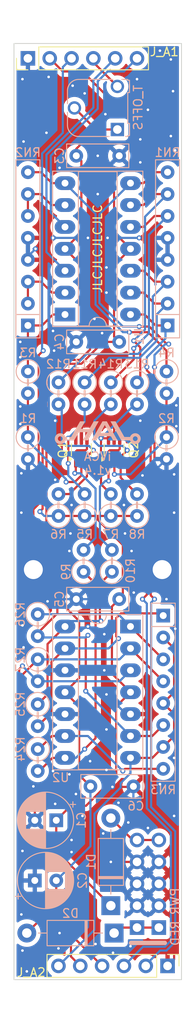
<source format=kicad_pcb>
(kicad_pcb (version 20240108) (generator "pcbnew") (generator_version "8.0")
  (title_block (rev "v1.4"))
  (layers (0 "F.Cu" signal) (31 "B.Cu" signal) (34 "B.Paste" user) (35 "F.Paste" user) (36 "B.SilkS" user "B.Silkscreen") (37 "F.SilkS" user "F.Silkscreen") (38 "B.Mask" user) (39 "F.Mask" user) (44 "Edge.Cuts" user))
  (net 0 "")
  (net 1 "Net-(Q1A-E1)")
  (net 2 "/CTRL_R")
  (net 3 "GND")
  (net 4 "Net-(Q2B-C2)")
  (net 5 "+12V")
  (net 6 "Net-(Q2A-C1)")
  (net 7 "Net-(Q2A-B1)")
  (net 8 "Net-(RN2D-R4.2)")
  (net 9 "Net-(Q1B-C2)")
  (net 10 "Net-(Q1A-C1)")
  (net 11 "Net-(Q2A-E1)")
  (net 12 "Net-(Q1A-B1)")
  (net 13 "Net-(RN3D-R4.2)")
  (net 14 "Net-(RN1C-R3.2)")
  (net 15 "Net-(RN1B-R2.1)")
  (net 16 "/OUT_L")
  (net 17 "Net-(RN2A-R1.1)")
  (net 18 "/LED")
  (net 19 "/OFFS")
  (net 20 "/OUT_R")
  (net 21 "Net-(J_A1-Pin_4)")
  (net 22 "-12V")
  (net 23 "/IN_R")
  (net 24 "/IN_L")
  (net 25 "Net-(D2-K)")
  (net 26 "Net-(D1-A)")
  (net 27 "Net-(J_A2-Pin_4)")
  (net 28 "Net-(J_A2-Pin_5)")
  (net 29 "/CTRL_L")
  (net 30 "Net-(RN2C-R3.2)")
  (net 31 "Net-(RN2A-R1.2)")
  (net 32 "Net-(RN1D-R4.1)")
  (net 33 "Net-(RN1A-R1.2)")
  (net 34 "Net-(RN3A-R1.1)")
  (net 35 "Net-(RN3B-R2.1)")
  (footprint "Package_TO_SOT_SMD:SOT-363_SC-70-6_Handsoldering" (layer "F.Cu") (at 67.945 88.078 90)
    (property "Reference" "Q1")
    (property "Value" "BCM847BS")
  )
  (footprint "Package_TO_SOT_SMD:SOT-363_SC-70-6_Handsoldering" (layer "F.Cu") (at 71.755 88.078 90)
    (property "Reference" "Q2")
    (property "Value" "BCM847BS")
  )
  (footprint "Connector_PinHeader_2.54mm:PinHeader_1x06_P2.54mm_Vertical" (layer "F.Cu") (at 77.978 147.955 -90)
    (property "Reference" "J_A2")
    (property "Value" "Conn_01x06_Male")
  )
  (footprint "Eurorack:M2 Screw Hole" (layer "F.Cu") (at 62.357 101.981)
    (property "Reference" "REF**" (hide yes))
    (property "Value" "M2 Screw Hole" (hide yes))
  )
  (footprint "Connector_PinHeader_2.54mm:PinHeader_1x06_P2.54mm_Vertical" (layer "F.Cu") (at 61.722 42.672 90)
    (property "Reference" "J_A1")
    (property "Value" "Conn_01x06_Male")
  )
  (footprint "Eurorack:M2 Screw Hole" (layer "F.Cu") (at 77.343 101.981)
    (property "Reference" "REF**" (hide yes))
    (property "Value" "M2 Screw Hole" (hide yes))
  )
  (footprint "Resistor_THT:R_Axial_DIN0207_L6.3mm_D2.5mm_P2.54mm_Vertical" (layer "B.Cu") (at 71.501 102.235 90)
    (property "Reference" "R10")
    (property "Value" "10k")
  )
  (footprint "Capacitor_THT:C_Disc_D7.0mm_W2.5mm_P5.00mm" (layer "B.Cu") (at 74.001 127.127 180)
    (property "Reference" "C6")
    (property "Value" "0.1uF")
  )
  (footprint "Logos:Avalon Harmonics Small 10mm" (layer "B.Cu") (at 69.85 86.106 180)
    (property "Reference" "G***" (hide yes))
    (property "Value" "LOGO" (hide yes))
  )
  (footprint "Package_DIP:DIP-14_W7.62mm_Socket_LongPads" (layer "B.Cu") (at 66.04 72.39)
    (property "Reference" "U1")
    (property "Value" "TL074")
  )
  (footprint "Resistor_THT:R_Axial_DIN0207_L6.3mm_D2.5mm_P2.54mm_Vertical" (layer "B.Cu") (at 62.865 107.159 -90)
    (property "Reference" "R26")
    (property "Value" "47k")
  )
  (footprint "Resistor_THT:R_Axial_DIN0207_L6.3mm_D2.5mm_P2.54mm_Vertical" (layer "B.Cu") (at 71.374 80.264 -90)
    (property "Reference" "R14")
    (property "Value" "10k 1%")
  )
  (footprint "Resistor_THT:R_Axial_DIN0207_L6.3mm_D2.5mm_P2.54mm_Vertical" (layer "B.Cu") (at 62.865 112.395 -90)
    (property "Reference" "R27")
    (property "Value" "10k")
  )
  (footprint "Resistor_THT:R_Axial_DIN0207_L6.3mm_D2.5mm_P2.54mm_Vertical" (layer "B.Cu") (at 74.422 80.264 -90)
    (property "Reference" "R13")
    (property "Value" "10k 1%")
  )
  (footprint "Resistor_THT:R_Axial_DIN0207_L6.3mm_D2.5mm_P2.54mm_Vertical" (layer "B.Cu") (at 74.422 95.758 90)
    (property "Reference" "R8")
    (property "Value" "20k 0.1%")
  )
  (footprint "Potentiometer_THT:Potentiometer_Runtron_RM-065_Vertical" (layer "B.Cu") (at 72.136 50.927 90)
    (property "Reference" "T_OFFS")
    (property "Value" "B20k")
  )
  (footprint "Eurorack:Eurorack Power 10 Pin" (layer "B.Cu") (at 76.962 138.43 180)
    (property "Reference" "PWR1" (hide yes))
    (property "Value" "PWR_10_Pin" (hide yes))
  )
  (footprint "Capacitor_THT:C_Disc_D7.0mm_W2.5mm_P5.00mm" (layer "B.Cu") (at 67.35 75.565)
    (property "Reference" "C4")
    (property "Value" "0.1uF")
  )
  (footprint "Resistor_THT:R_Array_SIP8" (layer "B.Cu") (at 77.978 73.66 90)
    (property "Reference" "RN1")
    (property "Value" "100k")
  )
  (footprint "Resistor_THT:R_Axial_DIN0207_L6.3mm_D2.5mm_P2.54mm_Vertical" (layer "B.Cu") (at 77.851 78.994 -90)
    (property "Reference" "R4")
    (property "Value" "100k")
  )
  (footprint "Resistor_THT:R_Axial_DIN0207_L6.3mm_D2.5mm_P2.54mm_Vertical" (layer "B.Cu") (at 77.851 86.614 -90)
    (property "Reference" "R2")
    (property "Value" "100")
  )
  (footprint "Resistor_THT:R_Axial_DIN0207_L6.3mm_D2.5mm_P2.54mm_Vertical" (layer "B.Cu") (at 65.278 80.264 -90)
    (property "Reference" "R12")
    (property "Value" "10k 1%")
  )
  (footprint "Resistor_THT:R_Axial_DIN0207_L6.3mm_D2.5mm_P2.54mm_Vertical" (layer "B.Cu") (at 62.865 122.809 -90)
    (property "Reference" "R24")
    (property "Value" "82k")
  )
  (footprint "Resistor_THT:R_Axial_DIN0207_L6.3mm_D2.5mm_P2.54mm_Vertical" (layer "B.Cu") (at 61.722 86.614 -90)
    (property "Reference" "R1")
    (property "Value" "100")
  )
  (footprint "Capacitor_THT:C_Disc_D7.0mm_W2.5mm_P5.00mm" (layer "B.Cu") (at 67.35 53.975)
    (property "Reference" "C3")
    (property "Value" "0.1uF")
  )
  (footprint "Diode_THT:D_DO-41_SOD81_P10.16mm_Horizontal" (layer "B.Cu") (at 71.755 144.145 180)
    (property "Reference" "D2")
    (property "Value" "1N4001")
  )
  (footprint "Resistor_THT:R_Array_SIP8" (layer "B.Cu") (at 77.47 107.315 -90)
    (property "Reference" "RN3")
    (property "Value" "100k")
  )
  (footprint "Resistor_THT:R_Axial_DIN0207_L6.3mm_D2.5mm_P2.54mm_Vertical" (layer "B.Cu") (at 62.865 117.602 -90)
    (property "Reference" "R25")
    (property "Value" "82k")
  )
  (footprint "Resistor_THT:R_Array_SIP8" (layer "B.Cu") (at 61.722 73.66 90)
    (property "Reference" "RN2")
    (property "Value" "100k")
  )
  (footprint "Resistor_THT:R_Axial_DIN0207_L6.3mm_D2.5mm_P2.54mm_Vertical" (layer "B.Cu") (at 68.199 102.235 90)
    (property "Reference" "R9")
    (property "Value" "10k")
  )
  (footprint "Capacitor_THT:CP_Radial_D6.3mm_P2.50mm" (layer "B.Cu") (at 65.024 131.064 180)
    (property "Reference" "C1")
    (property "Value" "47uF")
  )
  (footprint "Package_DIP:DIP-14_W7.62mm_Socket_LongPads" (layer "B.Cu") (at 73.66 108.585 180)
    (property "Reference" "U2")
    (property "Value" "TL074")
  )
  (footprint "Capacitor_THT:CP_Radial_D6.3mm_P2.50mm" (layer "B.Cu") (at 62.524 138.049)
    (property "Reference" "C2")
    (property "Value" "47uF")
  )
  (footprint "Resistor_THT:R_Axial_DIN0207_L6.3mm_D2.5mm_P2.54mm_Vertical" (layer "B.Cu") (at 61.722 78.994 -90)
    (property "Reference" "R3")
    (property "Value" "100k")
  )
  (footprint "Resistor_THT:R_Axial_DIN0207_L6.3mm_D2.5mm_P2.54mm_Vertical" (layer "B.Cu") (at 71.374 95.758 90)
    (property "Reference" "R7")
    (property "Value" "20k 0.1%")
  )
  (footprint "Resistor_THT:R_Axial_DIN0207_L6.3mm_D2.5mm_P2.54mm_Vertical" (layer "B.Cu") (at 68.326 95.758 90)
    (property "Reference" "R5")
    (property "Value" "20k 0.1%")
  )
  (footprint "Resistor_THT:R_Axial_DIN0207_L6.3mm_D2.5mm_P2.54mm_Vertical" (layer "B.Cu") (at 65.278 95.758 90)
    (property "Reference" "R6")
    (property "Value" "20k 0.1%")
  )
  (footprint "Resistor_THT:R_Axial_DIN0207_L6.3mm_D2.5mm_P2.54mm_Vertical" (layer "B.Cu") (at 68.326 80.264 -90)
    (property "Reference" "R11")
    (property "Value" "10k 1%")
  )
  (footprint "Capacitor_THT:C_Disc_D7.0mm_W2.5mm_P5.00mm" (layer "B.Cu") (at 72.35 105.41 180)
    (property "Reference" "C5")
    (property "Value" "0.1uF")
  )
  (footprint "Diode_THT:D_DO-41_SOD81_P10.16mm_Horizontal" (layer "B.Cu") (at 71.374 140.97 90)
    (property "Reference" "D1")
    (property "Value" "1N4001")
  )
  (gr_rect (start 60.1 40.95) (end 79.6 149.55) (stroke (width 0.1)) (fill none) (layer "Edge.Cuts"))
  (gr_text "iVCA\nv1.4" (at 69.85 89.662 0) (layer "B.SilkS") (effects (font (size 1 1)) (justify mirror)))
  (gr_text "JLCJLCJLCJLC" (at 69.84 64.765 90) (layer "F.SilkS") (effects (font (size 1 1))))
  (segment (start 68.595 87.996) (end 68.453 88.138) (width 0.25) (layer "F.Cu") (net 1))
  (segment (start 68.595 86.748) (end 68.595 87.996) (width 0.25) (layer "F.Cu") (net 1))
  (segment (start 67.295 90.693) (end 67.295 89.408) (width 0.25) (layer "F.Cu") (net 1))
  (segment (start 67.183 90.805) (end 67.295 90.693) (width 0.25) (layer "F.Cu") (net 1))
  (segment (start 68.453 88.138) (end 67.437 88.138) (width 0.25) (layer "F.Cu") (net 1))
  (segment (start 67.437 88.138) (end 67.295 88.28) (width 0.25) (layer "F.Cu") (net 1))
  (segment (start 67.295 88.28) (end 67.295 89.408) (width 0.25) (layer "F.Cu") (net 1))
  (via (at 67.183 90.805) (size 0.6) (drill 0.3) (layers "F.Cu" "B.Cu") (net 1))
  (segment (start 67.818 90.805) (end 69.596 92.583) (width 0.25) (layer "B.Cu") (net 1))
  (segment (start 69.596 92.583) (end 69.596 98.298) (width 0.25) (layer "B.Cu") (net 1))
  (segment (start 67.183 90.805) (end 67.818 90.805) (width 0.25) (layer "B.Cu") (net 1))
  (segment (start 69.596 98.298) (end 68.199 99.695) (width 0.25) (layer "B.Cu") (net 1))
  (segment (start 70.221 107.95) (end 70.104 107.833) (width 0.25) (layer "F.Cu") (net 2))
  (segment (start 70.104 107.833) (end 70.104 103.632) (width 0.25) (layer "F.Cu") (net 2))
  (segment (start 70.104 103.632) (end 71.501 102.235) (width 0.25) (layer "F.Cu") (net 2))
  (segment (start 66.04 108.585) (end 64.008 110.617) (width 0.25) (layer "F.Cu") (net 2))
  (segment (start 64.008 110.617) (end 64.008 116.459) (width 0.25) (layer "F.Cu") (net 2))
  (segment (start 64.008 116.459) (end 62.865 117.602) (width 0.25) (layer "F.Cu") (net 2))
  (via (at 70.221 107.95) (size 0.6) (drill 0.3) (layers "F.Cu" "B.Cu") (net 2))
  (segment (start 66.675 107.95) (end 66.04 108.585) (width 0.25) (layer "B.Cu") (net 2))
  (segment (start 70.221 107.95) (end 66.675 107.95) (width 0.25) (layer "B.Cu") (net 2))
  (segment (start 77.851 101.473) (end 77.343 101.981) (width 0.25) (layer "F.Cu") (net 3))
  (segment (start 78.74 147.193) (end 78.74 142.748) (width 0.25) (layer "F.Cu") (net 3))
  (segment (start 67.945 86.748) (end 67.945 84.455) (width 0.25) (layer "F.Cu") (net 3))
  (segment (start 71.374 135.89) (end 69.342 135.89) (width 0.25) (layer "F.Cu") (net 3))
  (segment (start 65.024 84.582) (end 67.437 84.582) (width 0.25) (layer "F.Cu") (net 3))
  (segment (start 71.561942 127.187942) (end 73.940058 127.187942) (width 0.25) (layer "F.Cu") (net 3))
  (segment (start 68.707 63.5) (end 68.707 57.618) (width 0.25) (layer "F.Cu") (net 3))
  (segment (start 61.722 101.346) (end 62.357 101.981) (width 0.25) (layer "F.Cu") (net 3))
  (segment (start 61.722 89.154) (end 61.722 101.346) (width 0.25) (layer "F.Cu") (net 3))
  (segment (start 64.643 63.5) (end 61.722 63.5) (width 0.25) (layer "F.Cu") (net 3))
  (segment (start 62.992 64.77) (end 64.262 63.5) (width 0.25) (layer "F.Cu") (net 3))
  (segment (start 64.897 91.567) (end 64.897 87.122) (width 0.25) (layer "F.Cu") (net 3))
  (segment (start 64.897 84.709) (end 65.024 84.582) (width 0.25) (layer "F.Cu") (net 3))
  (segment (start 70.612 113.665) (end 70.612 109.474) (width 0.25) (layer "F.Cu") (net 3))
  (segment (start 73.152 84.455) (end 71.755 84.455) (width 0.25) (layer "F.Cu") (net 3))
  (segment (start 62.611 64.77) (end 62.992 64.77) (width 0.25) (layer "F.Cu") (net 3))
  (segment (start 75.057 86.36) (end 73.152 84.455) (width 0.25) (layer "F.Cu") (net 3))
  (segment (start 71.755 84.455) (end 71.247 84.455) (width 0.25) (layer "F.Cu") (net 3))
  (segment (start 64.897 87.122) (end 67.437 84.582) (width 0.25) (layer "F.Cu") (net 3))
  (segment (start 61.722 42.672) (end 61.722 51.689) (width 0.25) (layer "F.Cu") (net 3))
  (segment (start 77.978 66.04) (end 77.978 63.5) (width 0.25) (layer "F.Cu") (net 3))
  (segment (start 67.564 84.455) (end 67.945 84.455) (width 0.25) (layer "F.Cu") (net 3))
  (segment (start 75.057 91.059) (end 75.057 86.36) (width 0.25) (layer "F.Cu") (net 3))
  (segment (start 67.437 84.582) (end 67.564 84.455) (width 0.25) (layer "F.Cu") (net 3))
  (segment (start 78.74 142.748) (end 76.962 140.97) (width 0.25) (layer "F.Cu") (net 3))
  (segment (start 68.707 106.767) (end 67.35 105.41) (width 0.25) (layer "F.Cu") (net 3))
  (segment (start 77.978 147.955) (end 78.74 147.193) (width 0.25) (layer "F.Cu") (net 3))
  (segment (start 70.612 116.205) (end 70.612 113.665) (width 0.25) (layer "F.Cu") (net 3))
  (segment (start 68.707 108.585) (end 68.707 106.767) (width 0.25) (layer "F.Cu") (net 3))
  (segment (start 74.422 135.89) (end 71.374 135.89) (width 0.25) (layer "F.Cu") (net 3))
  (segment (start 70.866 120.523) (end 70.866 125.222) (width 0.25) (layer "F.Cu") (net 3))
  (segment (start 71.755 86.748) (end 71.755 84.455) (width 0.25) (layer "F.Cu") (net 3))
  (segment (start 69.342 135.89) (end 66.802 133.35) (width 0.25) (layer "F.Cu") (net 3))
  (segment (start 68.707 57.618) (end 72.35 53.975) (width 0.25) (layer "F.Cu") (net 3))
  (segment (start 64.262 63.5) (end 64.643 63.5) (width 0.25) (layer "F.Cu") (net 3))
  (segment (start 70.866 116.459) (end 70.612 116.205) (width 0.25) (layer "F.Cu") (net 3))
  (segment (start 61.722 51.689) (end 65.405 55.372) (width 0.25) (layer "F.Cu") (net 3))
  (segment (start 77.978 63.5) (end 74.676 63.5) (width 0.25) (layer "F.Cu") (net 3))
  (segment (start 62.524 131.064) (end 62.524 127.294) (width 0.25) (layer "F.Cu") (net 3))
  (segment (start 73.66 118.745) (end 76.708 118.745) (width 0.25) (layer "F.Cu") (net 3))
  (segment (start 70.993 63.5) (end 68.707 63.5) (width 0.25) (layer "F.Cu") (net 3))
  (segment (start 70.866 116.459) (end 70.866 120.523) (width 0.25) (layer "F.Cu") (net 3))
  (segment (start 62.524 127.294) (end 62.357 127.127) (width 0.25) (layer "F.Cu") (net 3))
  (segment (start 77.851 89.154) (end 77.851 101.473) (width 0.25) (layer "F.Cu") (net 3))
  (segment (start 67.945 84.455) (end 71.247 84.455) (width 0.25) (layer "F.Cu") (net 3))
  (segment (start 73.940058 127.187942) (end 74.001 127.127) (width 0.25) (layer "F.Cu") (net 3))
  (via (at 61.087 108.458) (size 0.6) (drill 0.3) (layers "F.Cu" "B.Cu") (net 3))
  (via (at 74.422 45.085) (size 0.6) (drill 0.3) (layers "F.Cu" "B.Cu") (net 3))
  (via (at 68.707 63.5) (size 0.6) (drill 0.3) (layers "F.Cu" "B.Cu") (net 3))
  (via (at 60.96 90.805) (size 0.6) (drill 0.3) (layers "F.Cu" "B.Cu") (net 3))
  (via (at 60.96 141.986) (size 0.6) (drill 0.3) (layers "F.Cu" "B.Cu") (net 3))
  (via (at 66.802 134.747) (size 0.6) (drill 0.3) (layers "F.Cu" "B.Cu") (net 3))
  (via (at 70.358 74.549) (size 0.6) (drill 0.3) (layers "F.Cu" "B.Cu") (net 3))
  (via (at 78.74 90.932) (size 0.6) (drill 0.3) (layers "F.Cu" "B.Cu") (net 3))
  (via (at 78.867 53.34) (size 0.6) (drill 0.3) (layers "F.Cu" "B.Cu") (net 3))
  (via (at 72.898 94.488) (size 0.6) (drill 0.3) (layers "F.Cu" "B.Cu") (net 3))
  (via (at 64.135 44.831) (size 0.6) (drill 0.3) (layers "F.Cu" "B.Cu") (net 3))
  (via (at 63.881 51.308) (size 0.6) (drill 0.3) (layers "F.Cu" "B.Cu") (net 3))
  (via (at 64.897 129.159) (size 0.6) (drill 0.3) (layers "F.Cu" "B.Cu") (net 3))
  (via (at 65.278 145.923) (size 0.6) (drill 0.3) (layers "F.Cu" "B.Cu") (net 3))
  (via (at 69.85 58.42) (size 0.6) (drill 0.3) (layers "F.Cu" "B.Cu") (net 3))
  (via (at 67.31 128.016) (size 0.6) (drill 0.3) (layers "F.Cu" "B.Cu") (net 3))
  (via (at 73.787 99.822) (size 0.6) (drill 0.3) (layers "F.Cu" "B.Cu") (net 3))
  (via (at 74.803 84.709) (size 0.6) (drill 0.3) (layers "F.Cu" "B.Cu") (net 3))
  (via (at 71.561942 127.187942) (size 0.6) (drill 0.3) (layers "F.Cu" "B.Cu") (net 3))
  (via (at 78.359 51.689) (size 0.6) (drill 0.3) (layers "F.Cu" "B.Cu") (net 3))
  (via (at 70.485 132.588) (size 0.6) (drill 0.3) (layers "F.Cu" "B.Cu") (net 3))
  (via (at 75.692 131.953) (size 0.6) (drill 0.3) (layers "F.Cu" "B.Cu") (net 3))
  (via (at 70.993 63.5) (size 0.6) (drill 0.3) (layers "F.Cu" "B.Cu") (net 3))
  (via (at 78.74 95.377) (size 0.6) (drill 0.3) (layers "F.Cu" "B.Cu") (net 3))
  (via (at 71.374 135.89) (size 0.6) (drill 0.3) (layers "F.Cu" "B.Cu") (net 3))
  (via (at 68.326 46.736) (size 0.6) (drill 0.3) (layers "F.Cu" "B.Cu") (net 3))
  (via (at 64.77 76.581) (size 0.6) (drill 0.3) (layers "F.Cu" "B.Cu") (net 3))
  (via (at 61.214 52.324) (size 0.6) (drill 0.3) (layers "F.Cu" "B.Cu") (net 3))
  (via (at 60.833 83.058) (size 0.6) (drill 0.3) (layers "F.Cu" "B.Cu") (net 3))
  (via (at 66.548 125.73) (size 0.6) (drill 0.3) (layers "F.Cu" "B.Cu") (net 3))
  (via (at 69.596 145.415) (size 0.6) (drill 0.3) (layers "F.Cu" "B.Cu") (net 3))
  (via (at 66.675 97.79) (size 0.6) (drill 0.3) (layers "F.Cu" "B.Cu") (net 3))
  (via (at 78.359 42.799) (size 0.6) (drill 0.3) (layers "F.Cu" "B.Cu") (net 3))
  (via (at 64.643 74.295) (size 0.6) (drill 0.3) (layers "F.Cu" "B.Cu") (net 3))
  (via (at 62.611 64.77) (size 0.6) (drill 0.3) (layers "F.Cu" "B.Cu") (net 3))
  (via (at 64.897 91.567) (size 0.6) (drill 0.3) (layers "F.Cu" "B.Cu") (net 3))
  (via (at 75.057 91.059) (size 0.6) (drill 0.3) (layers "F.Cu" "B.Cu") (net 3))
  (via (at 78.74 123.825) (size 0.6) (drill 0.3) (layers "F.Cu" "B.Cu") (net 3))
  (via (at 60.833 75.565) (size 0.6) (drill 0.3) (layers "F.Cu" "B.Cu") (net 3))
  (via (at 73.406 131.318) (size 0.6) (drill 0.3) (layers "F.Cu" "B.Cu") (net 3))
  (via (at 70.866 125.222) (size 0.6) (drill 0.3) (layers "F.Cu" "B.Cu") (net 3))
  (via (at 61.214 110.998) (size 0.6) (drill 0.3) (layers "F.Cu" "B.Cu") (net 3))
  (via (at 66.802 94.488) (size 0.6) (drill 0.3) (layers "F.Cu" "B.Cu") (net 3))
  (via (at 72.263 129.032) (size 0.6) (drill 0.3) (layers "F.Cu" "B.Cu") (net 3))
  (via (at 74.041 104.648) (size 0.6) (drill 0.3) (layers "F.Cu" "B.Cu") (net 3))
  (via (at 60.833 77.343) (size 0.6) (drill 0.3) (layers "F.Cu" "B.Cu") (net 3))
  (via (at 70.866 66.929) (size 0.6) (drill 0.3) (layers "F.Cu" "B.Cu") (net 3))
  (via (at 66.929 45.847) (size 0.6) (drill 0.3) (layers "F.Cu" "B.Cu") (net 3))
  (via (at 65.405 55.372) (size 0.6) (drill 0.3) (layers "F.Cu" "B.Cu") (net 3))
  (via (at 70.612 109.474) (size 0.6) (drill 0.3) (layers "F.Cu" "B.Cu") (net 3))
  (via (at 74.676 63.5) (size 0.6) (drill 0.3) (layers "F.Cu" "B.Cu") (net 3))
  (via (at 60.96 95.377) (size 0.6) (drill 0.3) (layers "F.Cu" "B.Cu") (net 3))
  (via (at 61.087 134.62) (size 0.6) (drill 0.3) (layers "F.Cu" "B.Cu") (net 3))
  (via (at 78.74 130.556) (size 0.6) (drill 0.3) (layers "F.Cu" "B.Cu") (net 3))
  (via (at 68.961 124.206) (size 0.6) (drill 0.3) (layers "F.Cu" "B.Cu") (net 3))
  (via (at 65.405 144.145) (size 0.6) (drill 0.3) (layers "F.Cu" "B.Cu") (net 3))
  (via (at 70.866 120.523) (size 0.6) (drill 0.3) (layers "F.Cu" "B.Cu") (net 3))
  (via (at 70.612 113.665) (size 0.6) (drill 0.3) (layers "F.Cu" "B.Cu") (net 3))
  (via (at 78.994 85.344) (size 0.6) (drill 0.3) (layers "F.Cu" "B.Cu") (net 3))
  (via (at 69.469 72.898) (size 0.6) (drill 0.3) (layers "F.Cu" "B.Cu") (net 3))
  (via (at 70.739 49.149) (size 0.6) (drill 0.3) (layers "F.Cu" "B.Cu") (net 3))
  (via (at 62.357 127.127) (size 0.6) (drill 0.3) (layers "F.Cu" "B.Cu") (net 3))
  (via (at 73.025 97.79) (size 0.6) (drill 0.3) (layers "F.Cu" "B.Cu") (net 3))
  (via (at 77.089 126.873) (size 0.6) (drill 0.3) (layers "F.Cu" "B.Cu") (net 3))
  (via (at 78.867 108.839) (size 0.6) (drill 0.3) (layers "F.Cu" "B.Cu") (net 3))
  (via (at 61.087 146.177) (size 0.6) (drill 0.3) (layers "F.Cu" "B.Cu") (net 3))
  (via (at 75.692 48.641) (size 0.6) (drill 0.3) (layers "F.Cu" "B.Cu") (net 3))
  (via (at 61.087 45.085) (size 0.6) (drill 0.3) (layers "F.Cu" "B.Cu") (net 3))
  (via (at 64.897 84.709) (size 0.6) (drill 0.3) (layers "F.Cu" "B.Cu") (net 3))
  (via (at 69.85 53.975) (size 0.6) (drill 0.3) (layers "F.Cu" "B.Cu") (net 3))
  (via (at 68.707 108.585) (size 0.6) (drill 0.3) (layers "F.Cu" "B.Cu") (net 3))
  (via (at 77.851 105.41) (size 0.6) (drill 0.3) (layers "F.Cu" "B.Cu") (net 3))
  (via (at 70.866 116.459) (size 0.6) (drill 0.3) (layers "F.Cu" "B.Cu") (net 3))
  (via (at 71.628 146.431) (size 0.6) (drill 0.3) (layers "F.Cu" "B.Cu") (net 3))
  (via (at 74.803 54.737) (size 0.6) (drill 0.3) (layers "F.Cu" "B.Cu") (net 3))
  (via (at 78.994 82.931) (size 0.6) (drill 0.3) (layers "F.Cu" "B.Cu") (net 3))
  (via (at 70.866 69.85) (size 0.6) (drill 0.3) (layers "F.Cu" "B.Cu") (net 3))
  (via (at 64.643 125.349) (size 0.6) (drill 0.3) (layers "F.Cu" "B.Cu") (net 3))
  (via (at 64.008 105.664) (size 0.6) (drill 0.3) (layers "F.Cu" "B.Cu") (net 3))
  (via (at 73.66 145.669) (size 0.6) (drill 0.3) (layers "F.Cu" "B.Cu") (net 3))
  (via (at 64.643 63.5) (size 0.6) (drill 0.3) (layers "F.Cu" "B.Cu") (net 3))
  (via (at 77.089 41.783) (size 0.6) (drill 0.3) (layers "F.Cu" "B.Cu") (net 3))
  (via (at 66.802 133.35) (size 0.6) (drill 0.3) (layers "F.Cu" "B.Cu") (net 3))
  (via (at 74.803 52.07) (size 0.6) (drill 0.3) (layers "F.Cu" "B.Cu") (net 3))
  (via (at 60.833 85.09) (size 0.6) (drill 0.3) (layers "F.Cu" "B.Cu") (net 3))
  (via (at 78.613 46.482) (size 0.6) (drill 0.3) (layers "F.Cu" "B.Cu") (net 3))
  (via (at 66.548 99.822) (size 0.6) (drill 0.3) (layers "F.Cu" "B.Cu") (net 3))
  (via (at 68.072 130.556) (size 0.6) (drill 0.3) (layers "F.Cu" "B.Cu") (net 3))
  (via (at 61.595 148.59) (size 0.6) (drill 0.3) (layers "F.Cu" "B.Cu") (net 3))
  (segment (start 64.153 78.762) (end 67.35 75.565) (width 0.25) (layer "B.Cu") (net 3))
  (segment (start 74.001 131.358) (end 72.263 133.096) (width 0.25) (layer "B.Cu") (net 3))
  (segment (start 65.405 55.372) (end 70.953 55.372) (width 0.25) (layer "B.Cu") (net 3))
  (segment (start 70.612 113.665) (end 66.04 113.665) (width 0.25) (layer "B.Cu") (net 3))
  (segment (start 62.357 101.981) (end 65.786 105.41) (width 0.25) (layer "B.Cu") (net 3))
  (segment (start 69.088 118.745) (end 66.04 118.745) (width 0.25) (layer "B.Cu") (net 3))
  (segment (start 65.786 105.41) (end 67.35 105.41) (width 0.25) (layer "B.Cu") (net 3))
  (segment (start 77.343 101.981) (end 73.66 101.981) (width 0.25) (layer "B.Cu") (net 3))
  (segment (start 70.953 55.372) (end 72.35 53.975) (width 0.25) (layer "B.Cu") (net 3))
  (segment (start 64.81 133.35) (end 62.524 135.636) (width 0.25) (layer "B.Cu") (net 3))
  (segment (start 70.231 105.41) (end 67.35 105.41) (width 0.25) (layer "B.Cu") (net 3))
  (segment (start 77.851 89.154) (end 75.946 91.059) (width 0.25) (layer "B.Cu") (net 3))
  (segment (start 68.707 63.5) (end 64.643 63.5) (width 0.25) (layer "B.Cu") (net 3))
  (segment (start 68.707 63.5) (end 68.707 74.208) (width 0.25) (layer "B.Cu") (net 3))
  (segment (start 74.001 127.127) (end 74.001 131.358) (width 0.25) (layer "B.Cu") (net 3))
  (segment (start 73.66 101.981) (end 70.231 105.41) (width 0.25) (layer "B.Cu") (net 3))
  (segment (start 62.524 135.636) (end 62.524 138.049) (width 0.25) (layer "B.Cu") (net 3))
  (segment (start 64.81 133.35) (end 62.524 131.064) (width 0.25) (layer "B.Cu") (net 3))
  (segment (start 64.897 91.567) (end 64.135 91.567) (width 0.25) (layer "B.Cu") (net 3))
  (segment (start 61.722 66.04) (end 61.722 65.659) (width 0.25) (layer "B.Cu") (net 3))
  (segment (start 70.866 125.222) (end 70.866 126.492) (width 0.25) (layer "B.Cu") (net 3))
  (segment (start 61.722 66.04) (end 61.722 63.5) (width 0.25) (layer "B.Cu") (net 3))
  (segment (start 73.152 118.745) (end 73.66 118.745) (width 0.25) (layer "B.Cu") (net 3))
  (segment (start 66.802 133.35) (end 64.81 133.35) (width 0.25) (layer "B.Cu") (net 3))
  (segment (start 74.676 63.5) (end 70.993 63.5) (width 0.25) (layer "B.Cu") (net 3))
  (segment (start 69.596 109.474) (end 68.707 108.585) (width 0.25) (layer "B.Cu") (net 3))
  (segment (start 64.153 83.965) (end 64.153 78.762) (width 0.25) (layer "B.Cu") (net 3))
  (segment (start 72.263 133.096) (end 72.263 133.731) (width 0.25) (layer "B.Cu") (net 3))
  (segment (start 68.707 74.208) (end 67.35 75.565) (width 0.25) (layer "B.Cu") (net 3))
  (segment (start 75.946 91.059) (end 75.057 91.059) (width 0.25) (layer "B.Cu") (net 3))
  (segment (start 64.897 84.709) (end 64.153 83.965) (width 0.25) (layer "B.Cu") (net 3))
  (segment (start 64.135 91.567) (end 61.722 89.154) (width 0.25) (layer "B.Cu") (net 3))
  (segment (start 61.722 65.659) (end 62.611 64.77) (width 0.25) (layer "B.Cu") (net 3))
  (segment (start 70.866 116.459) (end 73.152 118.745) (width 0.25) (layer "B.Cu") (net 3))
  (segment (start 70.612 109.474) (end 69.596 109.474) (width 0.25) (layer "B.Cu") (net 3))
  (segment (start 70.866 120.523) (end 69.088 118.745) (width 0.25) (layer "B.Cu") (net 3))
  (segment (start 70.866 126.492) (end 71.561942 127.187942) (width 0.25) (layer "B.Cu") (net 3))
  (segment (start 72.263 133.731) (end 74.422 135.89) (width 0.25) (layer "B.Cu") (net 3))
  (segment (start 72.405 89.012) (end 73.279 88.138) (width 0.25) (layer "F.Cu") (net 4))
  (segment (start 74.422 93.218) (end 72.517 91.313) (width 0.25) (layer "F.Cu") (net 4))
  (segment (start 72.517 89.52) (end 72.405 89.408) (width 0.25) (layer "F.Cu") (net 4))
  (segment (start 72.517 91.313) (end 72.517 89.52) (width 0.25) (layer "F.Cu") (net 4))
  (segment (start 72.405 89.408) (end 72.405 89.012) (width 0.25) (layer "F.Cu") (net 4))
  (via (at 73.279 88.138) (size 0.6) (drill 0.3) (layers "F.Cu" "B.Cu") (net 4))
  (segment (start 69.977 87.63) (end 69.469 87.122) (width 0.25) (layer "B.Cu") (net 4))
  (segment (start 69.469 87.122) (end 69.469 84.709) (width 0.25) (layer "B.Cu") (net 4))
  (segment (start 72.771 87.63) (end 69.977 87.63) (width 0.25) (layer "B.Cu") (net 4))
  (segment (start 73.279 88.138) (end 72.771 87.63) (width 0.25) (layer "B.Cu") (net 4))
  (segment (start 69.469 84.709) (end 71.374 82.804) (width 0.25) (layer "B.Cu") (net 4))
  (segment (start 67.76 77.655) (end 68.961 76.454) (width 0.25) (layer "F.Cu") (net 5))
  (segment (start 72.009 125.857) (end 72.009 117.856) (width 0.25) (layer "F.Cu") (net 5))
  (segment (start 67.35 53.975) (end 67.945 54.57) (width 0.25) (layer "F.Cu") (net 5))
  (segment (start 68.481 129.385) (end 72.009 125.857) (width 0.25) (layer "F.Cu") (net 5))
  (segment (start 72.35 105.41) (end 72.771 104.989) (width 0.25) (layer "F.Cu") (net 5))
  (segment (start 67.945 54.57) (end 67.945 62.865) (width 0.25) (layer "F.Cu") (net 5))
  (segment (start 67.945 73.66) (end 67.945 66.675) (width 0.25) (layer "F.Cu") (net 5))
  (segment (start 71.501 114.046) (end 73.66 116.205) (width 0.25) (layer "F.Cu") (net 5))
  (segment (start 72.771 104.989) (end 72.771 99.1235) (width 0.25) (layer "F.Cu") (net 5))
  (segment (start 65.024 134.62) (end 71.374 140.97) (width 0.25) (layer "F.Cu") (net 5))
  (segment (start 69.636 50.927) (end 67.136 48.427) (width 0.25) (layer "F.Cu") (net 5))
  (segment (start 65.024 131.064) (end 65.024 134.62) (width 0.25) (layer "F.Cu") (net 5))
  (segment (start 69.85 95.758) (end 71.374 95.758) (width 0.25) (layer "F.Cu") (net 5))
  (segment (start 72.009 117.856) (end 73.66 116.205) (width 0.25) (layer "F.Cu") (net 5))
  (segment (start 65.024 131.064) (end 66.703 129.385) (width 0.25) (layer "F.Cu") (net 5))
  (segment (start 65.278 95.758) (end 68.326 95.758) (width 0.25) (layer "F.Cu") (net 5))
  (segment (start 72.35 105.41) (end 71.501 106.259) (width 0.25) (layer "F.Cu") (net 5))
  (segment (start 67.35 53.173) (end 69.596 50.927) (width 0.25) (layer "F.Cu") (net 5))
  (segment (start 63.431 94.938) (end 63.431 78.553604) (width 0.25) (layer "F.Cu") (net 5))
  (segment (start 67.35 53.975) (end 67.35 53.173) (width 0.25) (layer "F.Cu") (net 5))
  (segment (start 69.85 96.2025) (end 69.85 95.758) (width 0.25) (layer "F.Cu") (net 5))
  (segment (start 72.771 99.1235) (end 69.85 96.2025) (width 0.25) (layer "F.Cu") (net 5))
  (segment (start 64.329604 77.655) (end 67.76 77.655) (width 0.25) (layer "F.Cu") (net 5))
  (segment (start 63.119 95.25) (end 63.431 94.938) (width 0.25) (layer "F.Cu") (net 5))
  (segment (start 68.326 95.758) (end 69.85 95.758) (width 0.25) (layer "F.Cu") (net 5))
  (segment (start 63.431 78.553604) (end 64.329604 77.655) (width 0.25) (layer "F.Cu") (net 5))
  (segment (start 72.136 50.927) (end 69.636 50.927) (width 0.25) (layer "F.Cu") (net 5))
  (segment (start 71.374 95.758) (end 74.422 95.758) (width 0.25) (layer "F.Cu") (net 5))
  (segment (start 67.945 66.675) (end 66.04 64.77) (width 0.25) (layer "F.Cu") (net 5))
  (segment (start 66.703 129.385) (end 68.481 129.385) (width 0.25) (layer "F.Cu") (net 5))
  (segment (start 69.596 50.927) (end 69.636 50.927) (width 0.25) (layer "F.Cu") (net 5))
  (segment (start 68.961 76.454) (end 68.961 74.676) (width 0.25) (layer "F.Cu") (net 5))
  (segment (start 71.501 106.259) (end 71.501 114.046) (width 0.25) (layer "F.Cu") (net 5))
  (segment (start 67.945 62.865) (end 66.04 64.77) (width 0.25) (layer "F.Cu") (net 5))
  (segment (start 68.961 74.676) (end 67.945 73.66) (width 0.25) (layer "F.Cu") (net 5))
  (via (at 63.119 95.25) (size 0.6) (drill 0.3) (layers "F.Cu" "B.Cu") (net 5))
  (segment (start 63.119 95.25) (end 63.627 95.758) (width 0.25) (layer "B.Cu") (net 5))
  (segment (start 63.627 95.758) (end 65.278 95.758) (width 0.25) (layer "B.Cu") (net 5))
  (segment (start 70.223 86.741) (end 70.23 86.748) (width 0.25) (layer "F.Cu") (net 6))
  (segment (start 70.231 86.749) (end 70.231 92.075) (width 0.25) (layer "F.Cu") (net 6))
  (segment (start 70.223 86.741) (end 70.231 86.749) (width 0.25) (layer "F.Cu") (net 6))
  (segment (start 70.231 92.075) (end 71.374 93.218) (width 0.25) (layer "F.Cu") (net 6))
  (segment (start 70.23 86.748) (end 71.105 86.748) (width 0.25) (layer "F.Cu") (net 6))
  (via (at 70.223 86.741) (size 0.6) (drill 0.3) (layers "F.Cu" "B.Cu") (net 6))
  (segment (start 70.231 86.741) (end 74.168 82.804) (width 0.25) (layer "B.Cu") (net 6))
  (segment (start 70.223 86.741) (end 70.231 86.741) (width 0.25) (layer "B.Cu") (net 6))
  (segment (start 74.168 82.804) (end 74.422 82.804) (width 0.25) (layer "B.Cu") (net 6))
  (segment (start 77.851 81.534) (end 77.851 86.614) (width 0.25) (layer "F.Cu") (net 7))
  (segment (start 71.79 90.932) (end 71.79 89.443) (width 0.25) (layer "F.Cu") (net 7))
  (segment (start 71.79 89.443) (end 71.755 89.408) (width 0.25) (layer "F.Cu") (net 7))
  (via (at 71.79 90.932) (size 0.6) (drill 0.3) (layers "F.Cu" "B.Cu") (net 7))
  (segment (start 71.79 90.932) (end 73.66 90.932) (width 0.25) (layer "B.Cu") (net 7))
  (segment (start 73.66 90.932) (end 77.851 86.741) (width 0.25) (layer "B.Cu") (net 7))
  (segment (start 77.851 86.741) (end 77.851 86.614) (width 0.25) (layer "B.Cu") (net 7))
  (segment (start 73.533 74.44) (end 75.71 74.44) (width 0.25) (layer "F.Cu") (net 8))
  (segment (start 64.516 57.15) (end 66.04 57.15) (width 0.25) (layer "F.Cu") (net 8))
  (segment (start 61.722 55.88) (end 63.246 55.88) (width 0.25) (layer "F.Cu") (net 8))
  (segment (start 75.71 74.44) (end 77.851 76.581) (width 0.25) (layer "F.Cu") (net 8))
  (segment (start 63.246 55.88) (end 64.516 57.15) (width 0.25) (layer "F.Cu") (net 8))
  (segment (start 77.851 76.581) (end 77.851 78.994) (width 0.25) (layer "F.Cu") (net 8))
  (via (at 73.533 74.44) (size 0.6) (drill 0.3) (layers "F.Cu" "B.Cu") (net 8))
  (segment (start 69.596 60.706) (end 66.04 57.15) (width 0.25) (layer "B.Cu") (net 8))
  (segment (start 72.789 74.44) (end 69.596 71.247) (width 0.25) (layer "B.Cu") (net 8))
  (segment (start 69.596 71.247) (end 69.596 60.706) (width 0.25) (layer "B.Cu") (net 8))
  (segment (start 73.533 74.44) (end 72.789 74.44) (width 0.25) (layer "B.Cu") (net 8))
  (segment (start 68.595 91.171) (end 68.595 89.408) (width 0.25) (layer "F.Cu") (net 9))
  (segment (start 66.548 93.218) (end 68.595 91.171) (width 0.25) (layer "F.Cu") (net 9))
  (segment (start 65.278 93.218) (end 66.548 93.218) (width 0.25) (layer "F.Cu") (net 9))
  (segment (start 68.595 88.885) (end 69.342 88.138) (width 0.25) (layer "F.Cu") (net 9))
  (segment (start 68.595 89.408) (end 68.595 88.885) (width 0.25) (layer "F.Cu") (net 9))
  (via (at 69.342 88.138) (size 0.6) (drill 0.3) (layers "F.Cu" "B.Cu") (net 9))
  (segment (start 69.342 88.138) (end 68.834 87.63) (width 0.25) (layer "B.Cu") (net 9))
  (segment (start 65.659 83.185) (end 65.278 82.804) (width 0.25) (layer "B.Cu") (net 9))
  (segment (start 66.183236 87.63) (end 65.659 87.105764) (width 0.25) (layer "B.Cu") (net 9))
  (segment (start 65.659 87.105764) (end 65.659 83.185) (width 0.25) (layer "B.Cu") (net 9))
  (segment (start 68.834 87.63) (end 66.183236 87.63) (width 0.25) (layer "B.Cu") (net 9))
  (segment (start 66.413 86.741) (end 67.288 86.741) (width 0.25) (layer "F.Cu") (net 10))
  (segment (start 68.326 93.218) (end 68.331116 93.218) (width 0.25) (layer "F.Cu") (net 10))
  (segment (start 67.288 86.741) (end 67.295 86.748) (width 0.25) (layer "F.Cu") (net 10))
  (segment (start 66.413 86.741) (end 66.421 86.749) (width 0.25) (layer "F.Cu") (net 10))
  (segment (start 66.421 86.749) (end 66.421 89.662) (width 0.25) (layer "F.Cu") (net 10))
  (via (at 66.421 89.662) (size 0.6) (drill 0.3) (layers "F.Cu" "B.Cu") (net 10))
  (via (at 66.413 86.741) (size 0.6) (drill 0.3) (layers "F.Cu" "B.Cu") (net 10))
  (segment (start 66.421 89.662) (end 66.421 91.057604) (width 0.25) (layer "B.Cu") (net 10))
  (segment (start 68.326 92.962604) (end 68.326 93.218) (width 0.25) (layer "B.Cu") (net 10))
  (segment (start 66.421 91.057604) (end 68.326 92.962604) (width 0.25) (layer "B.Cu") (net 10))
  (segment (start 66.413 86.741) (end 66.421 86.741) (width 0.25) (layer "B.Cu") (net 10))
  (segment (start 68.326 82.804) (end 68.595 83.073) (width 0.25) (layer "B.Cu") (net 10))
  (segment (start 68.326 84.836) (end 68.326 82.804) (width 0.25) (layer "B.Cu") (net 10))
  (segment (start 66.421 86.741) (end 68.326 84.836) (width 0.25) (layer "B.Cu") (net 10))
  (segment (start 71.105 88.28) (end 71.105 89.408) (width 0.25) (layer "F.Cu") (net 11))
  (segment (start 71.247 88.138) (end 71.105 88.28) (width 0.25) (layer "F.Cu") (net 11))
  (segment (start 72.405 87.996) (end 72.263 88.138) (width 0.25) (layer "F.Cu") (net 11))
  (segment (start 71.12 91.694) (end 71.105 91.679) (width 0.25) (layer "F.Cu") (net 11))
  (segment (start 72.405 86.748) (end 72.405 87.996) (width 0.25) (layer "F.Cu") (net 11))
  (segment (start 71.105 91.679) (end 71.105 89.408) (width 0.25) (layer "F.Cu") (net 11))
  (segment (start 72.263 88.138) (end 71.247 88.138) (width 0.25) (layer "F.Cu") (net 11))
  (via (at 71.12 91.694) (size 0.6) (drill 0.3) (layers "F.Cu" "B.Cu") (net 11))
  (segment (start 70.104 98.298) (end 71.501 99.695) (width 0.25) (layer "B.Cu") (net 11))
  (segment (start 70.104 92.329) (end 70.104 98.298) (width 0.25) (layer "B.Cu") (net 11))
  (segment (start 70.739 91.694) (end 70.104 92.329) (width 0.25) (layer "B.Cu") (net 11))
  (segment (start 71.12 91.694) (end 70.739 91.694) (width 0.25) (layer "B.Cu") (net 11))
  (segment (start 66.167 91.821) (end 67.183 91.821) (width 0.25) (layer "F.Cu") (net 12))
  (segment (start 61.722 81.534) (end 61.722 86.614) (width 0.25) (layer "F.Cu") (net 12))
  (segment (start 67.183 91.821) (end 67.945 91.059) (width 0.25) (layer "F.Cu") (net 12))
  (segment (start 67.945 91.059) (end 67.945 89.408) (width 0.25) (layer "F.Cu") (net 12))
  (via (at 66.167 91.821) (size 0.6) (drill 0.3) (layers "F.Cu" "B.Cu") (net 12))
  (segment (start 66.167 91.821) (end 66.167 91.5035) (width 0.25) (layer "B.Cu") (net 12))
  (segment (start 61.722 87.0585) (end 61.722 86.614) (width 0.25) (layer "B.Cu") (net 12))
  (segment (start 66.167 91.5035) (end 61.722 87.0585) (width 0.25) (layer "B.Cu") (net 12))
  (segment (start 73.025 125.095) (end 72.771 125.349) (width 0.25) (layer "F.Cu") (net 13))
  (segment (start 64.516 121.285) (end 62.992 122.809) (width 0.25) (layer "F.Cu") (net 13))
  (segment (start 66.04 121.285) (end 64.516 121.285) (width 0.25) (layer "F.Cu") (net 13))
  (segment (start 77.47 125.095) (end 73.025 125.095) (width 0.25) (layer "F.Cu") (net 13))
  (via (at 72.771 125.349) (size 0.6) (drill 0.3) (layers "F.Cu" "B.Cu") (net 13))
  (segment (start 68.707 121.285) (end 66.04 121.285) (width 0.25) (layer "B.Cu") (net 13))
  (segment (start 72.771 125.349) (end 68.707 121.285) (width 0.25) (layer "B.Cu") (net 13))
  (segment (start 74.041 77.597) (end 71.374 80.264) (width 0.25) (layer "F.Cu") (net 14))
  (segment (start 76.454 60.96) (end 75.184 62.23) (width 0.25) (layer "F.Cu") (net 14))
  (segment (start 74.041 76.327) (end 74.041 77.597) (width 0.25) (layer "F.Cu") (net 14))
  (segment (start 77.978 60.96) (end 76.454 60.96) (width 0.25) (layer "F.Cu") (net 14))
  (segment (start 75.184 62.23) (end 73.66 62.23) (width 0.25) (layer "F.Cu") (net 14))
  (via (at 74.041 76.327) (size 0.6) (drill 0.3) (layers "F.Cu" "B.Cu") (net 14))
  (segment (start 74.041 76.327) (end 75.808 74.56) (width 0.25) (layer "B.Cu") (net 14))
  (segment (start 75.808 74.56) (end 75.808 63.13) (width 0.25) (layer "B.Cu") (net 14))
  (segment (start 75.808 63.13) (end 77.978 60.96) (width 0.25) (layer "B.Cu") (net 14))
  (segment (start 76.454 68.58) (end 77.978 68.58) (width 0.25) (layer "F.Cu") (net 15))
  (segment (start 75.184 67.31) (end 76.454 68.58) (width 0.25) (layer "F.Cu") (net 15))
  (segment (start 73.66 67.31) (end 75.184 67.31) (width 0.25) (layer "F.Cu") (net 15))
  (segment (start 68.58 76.962) (end 65.278 80.264) (width 0.25) (layer "B.Cu") (net 15))
  (segment (start 74.547604 76.962) (end 68.58 76.962) (width 0.25) (layer "B.Cu") (net 15))
  (segment (start 76.258 75.251604) (end 74.547604 76.962) (width 0.25) (layer "B.Cu") (net 15))
  (segment (start 77.978 68.58) (end 76.258 70.3) (width 0.25) (layer "B.Cu") (net 15))
  (segment (start 76.258 70.3) (end 76.258 75.251604) (width 0.25) (layer "B.Cu") (net 15))
  (segment (start 75.565 104.466) (end 74.422 103.323) (width 0.25) (layer "F.Cu") (net 16))
  (segment (start 73.66 72.39) (end 75.311 72.39) (width 0.25) (layer "F.Cu") (net 16))
  (segment (start 76.004 79.306) (end 75.565 78.867) (width 0.25) (layer "F.Cu") (net 16))
  (segment (start 76.004 99.129) (end 76.004 79.306) (width 0.25) (layer "F.Cu") (net 16))
  (segment (start 75.565 78.867) (end 75.565 78.486) (width 0.25) (layer "F.Cu") (net 16))
  (segment (start 75.565 104.902) (end 75.565 104.466) (width 0.25) (layer "F.Cu") (net 16))
  (segment (start 74.422 103.323) (end 74.422 100.711) (width 0.25) (layer "F.Cu") (net 16))
  (segment (start 76.581 73.66) (end 77.978 73.66) (width 0.25) (layer "F.Cu") (net 16))
  (segment (start 74.422 100.711) (end 76.004 99.129) (width 0.25) (layer "F.Cu") (net 16))
  (segment (start 75.057 105.41) (end 75.565 104.902) (width 0.25) (layer "F.Cu") (net 16))
  (segment (start 75.311 72.39) (end 76.581 73.66) (width 0.25) (layer "F.Cu") (net 16))
  (via (at 75.565 78.486) (size 0.6) (drill 0.3) (layers "F.Cu" "B.Cu") (net 16))
  (via (at 75.057 105.41) (size 0.6) (drill 0.3) (layers "F.Cu" "B.Cu") (net 16))
  (segment (start 78.359 145.032604) (end 77.664604 145.727) (width 0.25) (layer "B.Cu") (net 16))
  (segment (start 75.126 145.727) (end 72.898 147.955) (width 0.25) (layer "B.Cu") (net 16))
  (segment (start 75.565 129.668396) (end 78.359 132.462396) (width 0.25) (layer "B.Cu") (net 16))
  (segment (start 75.565 105.918) (end 75.565 129.668396) (width 0.25) (layer "B.Cu") (net 16))
  (segment (start 77.664604 145.727) (end 75.126 145.727) (width 0.25) (layer "B.Cu") (net 16))
  (segment (start 75.565 77.343) (end 77.734 75.174) (width 0.25) (layer "B.Cu") (net 16))
  (segment (start 77.978 73.787) (end 77.978 73.66) (width 0.25) (layer "B.Cu") (net 16))
  (segment (start 75.565 78.486) (end 75.565 77.343) (width 0.25) (layer "B.Cu") (net 16))
  (segment (start 77.734 75.174) (end 77.734 74.031) (width 0.25) (layer "B.Cu") (net 16))
  (segment (start 75.057 105.41) (end 75.565 105.918) (width 0.25) (layer "B.Cu") (net 16))
  (segment (start 77.734 74.031) (end 77.978 73.787) (width 0.25) (layer "B.Cu") (net 16))
  (segment (start 78.359 132.462396) (end 78.359 145.032604) (width 0.25) (layer "B.Cu") (net 16))
  (segment (start 61.722 78.994) (end 61.722 73.66) (width 0.25) (layer "F.Cu") (net 17))
  (segment (start 64.643 72.39) (end 66.04 72.39) (width 0.25) (layer "F.Cu") (net 17))
  (segment (start 63.373 73.66) (end 64.643 72.39) (width 0.25) (layer "F.Cu") (net 17))
  (segment (start 61.722 73.66) (end 63.373 73.66) (width 0.25) (layer "F.Cu") (net 17))
  (segment (start 78.74 121.285) (end 78.74 118.745) (width 0.25) (layer "F.Cu") (net 18))
  (segment (start 78.74 116.205) (end 78.74 111.125) (width 0.25) (layer "F.Cu") (net 18))
  (segment (start 76.2 123.825) (end 77.47 122.555) (width 0.25) (layer "F.Cu") (net 18))
  (segment (start 77.47 122.555) (end 78.74 121.285) (width 0.25) (layer "F.Cu") (net 18))
  (segment (start 78.74 111.125) (end 77.47 109.855) (width 0.25) (layer "F.Cu") (net 18))
  (segment (start 73.66 123.825) (end 76.2 123.825) (width 0.25) (layer "F.Cu") (net 18))
  (segment (start 77.47 117.475) (end 78.74 116.205) (width 0.25) (layer "F.Cu") (net 18))
  (segment (start 78.74 118.745) (end 77.47 117.475) (width 0.25) (layer "F.Cu") (net 18))
  (segment (start 73.66 123.825) (end 73.66 125.603) (width 0.25) (layer "B.Cu") (net 18))
  (segment (start 73.66 125.603) (end 72.517 126.746) (width 0.25) (layer "B.Cu") (net 18))
  (segment (start 69.469 130.302) (end 69.469 143.764) (width 0.25) (layer "B.Cu") (net 18))
  (segment (start 72.517 126.746) (end 72.517 127.254) (width 0.25) (layer "B.Cu") (net 18))
  (segment (start 69.469 143.764) (end 65.278 147.955) (width 0.25) (layer "B.Cu") (net 18))
  (segment (start 72.517 127.254) (end 69.469 130.302) (width 0.25) (layer "B.Cu") (net 18))
  (segment (start 76.2 121.285) (end 77.47 120.015) (width 0.25) (layer "F.Cu") (net 19))
  (segment (start 65.151 107.061) (end 62.865 109.347) (width 0.25) (layer "F.Cu") (net 19))
  (segment (start 62.357 97.663) (end 65.151 100.457) (width 0.25) (layer "F.Cu") (net 19))
  (segment (start 73.66 121.285) (end 76.2 121.285) (width 0.25) (layer "F.Cu") (net 19))
  (segment (start 62.981 77.1) (end 62.981 94.372) (width 0.25) (layer "F.Cu") (net 19))
  (segment (start 62.865 109.347) (end 62.865 109.699) (width 0.25) (layer "F.Cu") (net 19))
  (segment (start 63.5 76.581) (end 62.981 77.1) (width 0.25) (layer "F.Cu") (net 19))
  (segment (start 65.151 100.457) (end 65.151 107.061) (width 0.25) (layer "F.Cu") (net 19))
  (segment (start 68.453 109.855) (end 68.453 116.078) (width 0.25) (layer "F.Cu") (net 19))
  (segment (start 62.357 94.996) (end 62.357 97.663) (width 0.25) (layer "F.Cu") (net 19))
  (segment (start 68.707 109.601) (end 68.453 109.855) (width 0.25) (layer "F.Cu") (net 19))
  (segment (start 62.981 94.372) (end 62.357 94.996) (width 0.25) (layer "F.Cu") (net 19))
  (via (at 68.453 116.078) (size 0.6) (drill 0.3) (layers "F.Cu" "B.Cu") (net 19))
  (via (at 68.707 109.601) (size 0.6) (drill 0.3) (layers "F.Cu" "B.Cu") (net 19))
  (via (at 63.5 76.581) (size 0.6) (drill 0.3) (layers "F.Cu" "B.Cu") (net 19))
  (segment (start 63.5 76.581) (end 63.431 76.512) (width 0.25) (layer "B.Cu") (net 19))
  (segment (start 65.786 43.688) (end 65.786 51.306604) (width 0.25) (layer "B.Cu") (net 19))
  (segment (start 66.802 42.672) (end 65.786 43.688) (width 0.25) (layer "B.Cu") (net 19))
  (segment (start 68.707 109.601) (end 68.453 109.855) (width 0.25) (layer "B.Cu") (net 19))
  (segment (start 73.66 121.285) (end 68.453 116.078) (width 0.25) (layer "B.Cu") (net 19))
  (segment (start 68.453 109.855) (end 63.021 109.855) (width 0.25) (layer "B.Cu") (net 19))
  (segment (start 65.786 51.306604) (end 63.373 53.719604) (width 0.25) (layer "B.Cu") (net 19))
  (segment (start 63.021 109.855) (end 62.865 109.699) (width 0.25) (layer "B.Cu") (net 19))
  (segment (start 63.148 109.855) (end 62.992 109.699) (width 0.25) (layer "B.Cu") (net 19))
  (segment (start 63.373 76.454) (end 63.5 76.581) (width 0.25) (layer "B.Cu") (net 19))
  (segment (start 63.373 53.719604) (end 63.373 76.454) (width 0.25) (layer "B.Cu") (net 19))
  (segment (start 76.015 104.209) (end 74.872 103.066) (width 0.25) (layer "F.Cu") (net 20))
  (segment (start 75.184 57.15) (end 73.66 57.15) (width 0.25) (layer "F.Cu") (net 20))
  (segment (start 76.454 55.88) (end 75.184 57.15) (width 0.25) (layer "F.Cu") (net 20))
  (segment (start 74.872 103.066) (end 74.872 100.9595) (width 0.25) (layer "F.Cu") (net 20))
  (segment (start 77.978 55.88) (end 76.454 55.88) (width 0.25) (layer "F.Cu") (net 20))
  (segment (start 76.454 99.3775) (end 76.454 78.486) (width 0.25) (layer "F.Cu") (net 20))
  (segment (start 76.015 104.971) (end 76.015 104.209) (width 0.25) (layer "F.Cu") (net 20))
  (segment (start 76.454 105.41) (end 76.015 104.971) (width 0.25) (layer "F.Cu") (net 20))
  (segment (start 74.872 100.9595) (end 76.454 99.3775) (width 0.25) (layer "F.Cu") (net 20))
  (segment (start 75.855 73.787) (end 74.676 73.787) (width 0.25) (layer "F.Cu") (net 20))
  (segment (start 78.105 75.819) (end 77.887 75.819) (width 0.25) (layer "F.Cu") (net 20))
  (segment (start 77.887 75.819) (end 75.855 73.787) (width 0.25) (layer "F.Cu") (net 20))
  (via (at 76.454 105.41) (size 0.6) (drill 0.3) (layers "F.Cu" "B.Cu") (net 20))
  (via (at 74.676 73.787) (size 0.6) (drill 0.3) (layers "F.Cu" "B.Cu") (net 20))
  (via (at 78.105 75.819) (size 0.6) (drill 0.3) (layers "F.Cu" "B.Cu") (net 20))
  (via (at 76.454 78.486) (size 0.6) (drill 0.3) (layers "F.Cu" "B.Cu") (net 20))
  (segment (start 78.867 145.161) (end 77.851 146.177) (width 0.25) (layer "B.Cu") (net 20))
  (segment (start 76.454 77.090396) (end 77.725396 75.819) (width 0.25) (layer "B.Cu") (net 20))
  (segment (start 73.66 57.15) (end 70.046 60.764) (width 0.25) (layer "B.Cu") (net 20))
  (segment (start 76.063 105.801) (end 76.063 129.53) (width 0.25) (layer "B.Cu") (net 20))
  (segment (start 76.063 129.53) (end 78.867 132.334) (width 0.25) (layer "B.Cu") (net 20))
  (segment (start 76.454 105.41) (end 76.063 105.801) (width 0.25) (layer "B.Cu") (net 20))
  (segment (start 77.105396 146.177) (end 75.438 147.844396) (width 0.25) (layer "B.Cu") (net 20))
  (segment (start 77.725396 75.819) (end 78.105 75.819) (width 0.25) (layer "B.Cu") (net 20))
  (segment (start 75.438 147.844396) (end 75.438 147.955) (width 0.25) (layer "B.Cu") (net 20))
  (segment (start 70.046 71.060604) (end 72.772396 73.787) (width 0.25) (layer "B.Cu") (net 20))
  (segment (start 76.454 78.486) (end 76.454 77.090396) (width 0.25) (layer "B.Cu") (net 20))
  (segment (start 72.772396 73.787) (end 74.676 73.787) (width 0.25) (layer "B.Cu") (net 20))
  (segment (start 77.851 146.177) (end 77.105396 146.177) (width 0.25) (layer "B.Cu") (net 20))
  (segment (start 78.867 132.334) (end 78.867 145.161) (width 0.25) (layer "B.Cu") (net 20))
  (segment (start 70.046 60.764) (end 70.046 71.060604) (width 0.25) (layer "B.Cu") (net 20))
  (segment (start 72.136 45.927) (end 69.342 43.133) (width 0.25) (layer "F.Cu") (net 21))
  (segment (start 69.342 43.133) (end 69.342 42.672) (width 0.25) (layer "F.Cu") (net 21))
  (segment (start 71.755 66.675) (end 73.66 64.77) (width 0.25) (layer "F.Cu") (net 22))
  (segment (start 64.516 78.105) (end 63.881 78.74) (width 0.25) (layer "F.Cu") (net 22))
  (segment (start 70.485 75.565) (end 69.411 76.639) (width 0.25) (layer "F.Cu") (net 22))
  (segment (start 72.35 75.565) (end 71.755 74.97) (width 0.25) (layer "F.Cu") (net 22))
  (segment (start 67.691 114.554) (end 66.04 116.205) (width 0.25) (layer "F.Cu") (net 22))
  (segment (start 69.411 76.640396) (end 67.946396 78.105) (width 0.25) (layer "F.Cu") (net 22))
  (segment (start 73.787 54.483) (end 73.787 49.911) (width 0.25) (layer "F.Cu") (net 22))
  (segment (start 69.411 76.639) (end 69.411 76.640396) (width 0.25) (layer "F.Cu") (net 22))
  (segment (start 65.024 140.716) (end 65.024 138.049) (width 0.25) (layer "F.Cu") (net 22))
  (segment (start 61.595 144.145) (end 65.024 140.716) (width 0.25) (layer "F.Cu") (net 22))
  (segment (start 63.881 78.74) (end 63.881 98.425) (width 0.25) (layer "F.Cu") (net 22))
  (segment (start 71.755 74.97) (end 71.755 66.675) (width 0.25) (layer "F.Cu") (net 22))
  (segment (start 63.881 98.425) (end 65.659 100.203) (width 0.25) (layer "F.Cu") (net 22))
  (segment (start 65.659 100.203) (end 65.659 105.918) (width 0.25) (layer "F.Cu") (net 22))
  (segment (start 67.691 107.95) (end 67.691 114.554) (width 0.25) (layer "F.Cu") (net 22))
  (segment (start 65.786 44.196) (end 64.262 42.672) (width 0.25) (layer "F.Cu") (net 22))
  (segment (start 73.66 64.77) (end 71.755 62.865) (width 0.25) (layer "F.Cu") (net 22))
  (segment (start 65.659 105.918) (end 67.691 107.95) (width 0.25) (layer "F.Cu") (net 22))
  (segment (start 69.001 127.127) (end 67.691 125.817) (width 0.25) (layer "F.Cu") (net 22))
  (segment (start 67.691 125.817) (end 67.691 117.856) (width 0.25) (layer "F.Cu") (net 22))
  (segment (start 73.787 49.911) (end 68.072 44.196) (width 0.25) (layer "F.Cu") (net 22))
  (segment (start 71.755 56.515) (end 73.787 54.483) (width 0.25) (layer "F.Cu") (net 22))
  (segment (start 67.691 117.856) (end 66.04 116.205) (width 0.25) (layer "F.Cu") (net 22))
  (segment (start 67.946396 78.105) (end 64.516 78.105) (width 0.25) (layer "F.Cu") (net 22))
  (segment (start 72.35 75.565) (end 70.485 75.565) (width 0.25) (layer "F.Cu") (net 22))
  (segment (start 68.072 44.196) (end 65.786 44.196) (width 0.25) (layer "F.Cu") (net 22))
  (segment (start 71.755 62.865) (end 71.755 56.515) (width 0.25) (layer "F.Cu") (net 22))
  (segment (start 69.001 134.072) (end 65.024 138.049) (width 0.25) (layer "B.Cu") (net 22))
  (segment (start 69.001 127.127) (end 69.001 134.072) (width 0.25) (layer "B.Cu") (net 22))
  (segment (start 69.851396 45.339) (end 69.851396 48.514) (width 0.25) (layer "B.Cu") (net 23))
  (segment (start 70.994396 44.196) (end 69.851396 45.339) (width 0.25) (layer "B.Cu") (net 23))
  (segment (start 72.898 44.196) (end 70.994396 44.196) (width 0.25) (layer "B.Cu") (net 23))
  (segment (start 64.389 60.579) (end 66.04 62.23) (width 0.25) (layer "B.Cu") (net 23))
  (segment (start 74.422 42.672) (end 72.898 44.196) (width 0.25) (layer "B.Cu") (net 23))
  (segment (start 69.851396 48.514) (end 64.389 53.976396) (width 0.25) (layer "B.Cu") (net 23))
  (segment (start 64.389 53.976396) (end 64.389 60.579) (width 0.25) (layer "B.Cu") (net 23))
  (segment (start 69.342 48.387) (end 63.881 53.848) (width 0.25) (layer "B.Cu") (net 24))
  (segment (start 69.342 45.212) (end 69.342 48.387) (width 0.25) (layer "B.Cu") (net 24))
  (segment (start 71.882 42.672) (end 69.342 45.212) (width 0.25) (layer "B.Cu") (net 24))
  (segment (start 63.881 53.848) (end 63.881 65.151) (width 0.25) (layer "B.Cu") (net 24))
  (segment (start 63.881 65.151) (end 66.04 67.31) (width 0.25) (layer "B.Cu") (net 24))
  (segment (start 74.422 143.51) (end 72.39 143.51) (width 0.25) (layer "F.Cu") (net 25))
  (segment (start 76.962 143.51) (end 74.422 143.51) (width 0.25) (layer "F.Cu") (net 25))
  (segment (start 72.39 143.51) (end 71.755 144.145) (width 0.25) (layer "F.Cu") (net 25))
  (segment (start 71.374 130.81) (end 73.914 133.35) (width 0.25) (layer "F.Cu") (net 26))
  (segment (start 74.422 133.35) (end 76.962 133.35) (width 0.25) (layer "F.Cu") (net 26))
  (segment (start 73.914 133.35) (end 74.422 133.35) (width 0.25) (layer "F.Cu") (net 26))
  (segment (start 61.156 131.388396) (end 67.183 137.415396) (width 0.25) (layer "F.Cu") (net 27))
  (segment (start 73.66 111.125) (end 77.47 114.935) (width 0.25) (layer "F.Cu") (net 27))
  (segment (start 67.183 137.415396) (end 67.183 144.78) (width 0.25) (layer "F.Cu") (net 27))
  (segment (start 61.156 114.104) (end 61.156 131.388396) (width 0.25) (layer "F.Cu") (net 27))
  (segment (start 62.865 112.395) (end 61.156 114.104) (width 0.25) (layer "F.Cu") (net 27))
  (segment (start 67.183 144.78) (end 70.358 147.955) (width 0.25) (layer "F.Cu") (net 27))
  (segment (start 73.66 111.125) (end 72.39 112.395) (width 0.25) (layer "B.Cu") (net 27))
  (segment (start 72.39 112.395) (end 62.865 112.395) (width 0.25) (layer "B.Cu") (net 27))
  (segment (start 61.087 113.157) (end 60.706 113.538) (width 0.25) (layer "F.Cu") (net 28))
  (segment (start 67.818 147.955) (end 67.315116 147.955) (width 0.25) (layer "F.Cu") (net 28))
  (segment (start 66.733 146.87) (end 67.818 147.955) (width 0.25) (layer "F.Cu") (net 28))
  (segment (start 66.733 137.601792) (end 66.733 146.87) (width 0.25) (layer "F.Cu") (net 28))
  (segment (start 60.706 113.538) (end 60.706 131.574792) (width 0.25) (layer "F.Cu") (net 28))
  (segment (start 60.706 131.574792) (end 66.733 137.601792) (width 0.25) (layer "F.Cu") (net 28))
  (via (at 61.087 113.157) (size 0.6) (drill 0.3) (layers "F.Cu" "B.Cu") (net 28))
  (segment (start 72.39 114.935) (end 62.865 114.935) (width 0.25) (layer "B.Cu") (net 28))
  (segment (start 62.865 114.935) (end 61.087 113.157) (width 0.25) (layer "B.Cu") (net 28))
  (segment (start 73.66 113.665) (end 72.39 114.935) (width 0.25) (layer "B.Cu") (net 28))
  (segment (start 66.04 123.825) (end 64.5795 123.825) (width 0.25) (layer "F.Cu") (net 29))
  (segment (start 63.0555 125.349) (end 62.865 125.349) (width 0.25) (layer "F.Cu") (net 29))
  (segment (start 69.596 103.632) (end 68.199 102.235) (width 0.25) (layer "F.Cu") (net 29))
  (segment (start 64.5795 123.825) (end 63.0555 125.349) (width 0.25) (layer "F.Cu") (net 29))
  (segment (start 69.596 121.539) (end 69.596 103.632) (width 0.25) (layer "F.Cu") (net 29))
  (segment (start 68.326 122.809) (end 69.596 121.539) (width 0.25) (layer "F.Cu") (net 29))
  (via (at 68.326 122.809) (size 0.6) (drill 0.3) (layers "F.Cu" "B.Cu") (net 29))
  (segment (start 67.31 123.825) (end 66.04 123.825) (width 0.25) (layer "B.Cu") (net 29))
  (segment (start 68.326 122.809) (end 67.31 123.825) (width 0.25) (layer "B.Cu") (net 29))
  (segment (start 61.722 60.96) (end 61.722 58.42) (width 0.25) (layer "F.Cu") (net 30))
  (segment (start 63.1825 58.42) (end 64.4525 59.69) (width 0.25) (layer "F.Cu") (net 30))
  (segment (start 61.722 58.42) (end 63.1825 58.42) (width 0.25) (layer "F.Cu") (net 30))
  (segment (start 64.4525 59.69) (end 66.04 59.69) (width 0.25) (layer "F.Cu") (net 30))
  (segment (start 63.246 68.58) (end 61.722 68.58) (width 0.25) (layer "F.Cu") (net 31))
  (segment (start 64.516 69.85) (end 63.246 68.58) (width 0.25) (layer "F.Cu") (net 31))
  (segment (start 66.04 69.85) (end 64.516 69.85) (width 0.25) (layer "F.Cu") (net 31))
  (segment (start 61.722 68.58) (end 61.722 71.12) (width 0.25) (layer "F.Cu") (net 31))
  (segment (start 74.803 79.883) (end 74.422 80.264) (width 0.25) (layer "F.Cu") (net 32))
  (segment (start 76.454 58.42) (end 75.184 59.69) (width 0.25) (layer "F.Cu") (net 32))
  (segment (start 74.803 76.2) (end 74.803 79.883) (width 0.25) (layer "F.Cu") (net 32))
  (segment (start 75.184 59.69) (end 73.66 59.69) (width 0.25) (layer "F.Cu") (net 32))
  (segment (start 77.978 58.42) (end 76.454 58.42) (width 0.25) (layer "F.Cu") (net 32))
  (segment (start 74.041 75.438) (end 74.803 76.2) (width 0.25) (layer "F.Cu") (net 32))
  (via (at 74.041 75.438) (size 0.6) (drill 0.3) (layers "F.Cu" "B.Cu") (net 32))
  (segment (start 75.358 61.04) (end 77.978 58.42) (width 0.25) (layer "B.Cu") (net 32))
  (segment (start 74.041 75.438) (end 75.358 74.121) (width 0.25) (layer "B.Cu") (net 32))
  (segment (start 75.358 74.121) (end 75.358 61.04) (width 0.25) (layer "B.Cu") (net 32))
  (segment (start 76.454 71.12) (end 77.978 71.12) (width 0.25) (layer "F.Cu") (net 33))
  (segment (start 73.66 69.85) (end 75.184 69.85) (width 0.25) (layer "F.Cu") (net 33))
  (segment (start 75.184 69.85) (end 76.454 71.12) (width 0.25) (layer "F.Cu") (net 33))
  (segment (start 77.978 71.12) (end 76.708 72.39) (width 0.25) (layer "B.Cu") (net 33))
  (segment (start 74.734 77.412) (end 71.178 77.412) (width 0.25) (layer "B.Cu") (net 33))
  (segment (start 76.708 75.438) (end 74.734 77.412) (width 0.25) (layer "B.Cu") (net 33))
  (segment (start 76.708 72.39) (end 76.708 75.438) (width 0.25) (layer "B.Cu") (net 33))
  (segment (start 71.178 77.412) (end 68.326 80.264) (width 0.25) (layer "B.Cu") (net 33))
  (segment (start 72.534 107.061) (end 77.216 107.061) (width 0.25) (layer "F.Cu") (net 34))
  (segment (start 64.458 112.707) (end 66.04 111.125) (width 0.25) (layer "F.Cu") (net 34))
  (segment (start 64.458 118.549) (end 64.458 112.707) (width 0.25) (layer "F.Cu") (net 34))
  (segment (start 72.263 109.982) (end 72.009 109.728) (width 0.25) (layer "F.Cu") (net 34))
  (segment (start 77.216 107.061) (end 77.47 107.315) (width 0.25) (layer "F.Cu") (net 34))
  (segment (start 64.458 118.549) (end 62.865 120.142) (width 0.25) (layer "F.Cu") (net 34))
  (segment (start 72.009 109.728) (end 72.009 107.586) (width 0.25) (layer "F.Cu") (net 34))
  (segment (start 72.009 107.586) (end 72.534 107.061) (width 0.25) (layer "F.Cu") (net 34))
  (via (at 72.263 109.982) (size 0.6) (drill 0.3) (layers "F.Cu" "B.Cu") (net 34))
  (segment (start 71.12 111.125) (end 66.04 111.125) (width 0.25) (layer "B.Cu") (net 34))
  (segment (start 71.12 111.125) (end 72.263 109.982) (width 0.25) (layer "B.Cu") (net 34))
  (segment (start 73.66 108.585) (end 77.47 112.395) (width 0.25) (layer "F.Cu") (net 35))
  (segment (start 73.66 108.585) (end 72.234 107.159) (width 0.25) (layer "B.Cu") (net 35))
  (segment (start 62.992 107.159) (end 63.148 107.315) (width 0.25) (layer "B.Cu") (net 35))
  (segment (start 72.234 107.159) (end 62.865 107.159) (width 0.25) (layer "B.Cu") (net 35))
  (zone (net 3) (net_name "GND") (layers "F&B.Cu") (connect_pads (clearance 0.5)) (min_thickness 0.25) (fill yes (thermal_gap 0.5) (thermal_bridge_width 0.5))
    (polygon (pts (xy 59.69 40.64) (xy 80.01 40.64) (xy 80.01 149.86) (xy 59.69 149.86)))
  )
)
</source>
